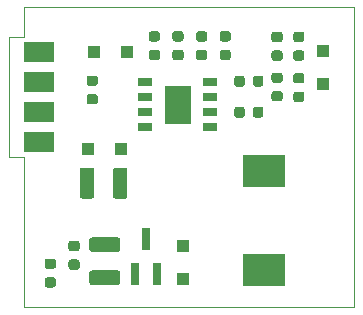
<source format=gbr>
%TF.GenerationSoftware,KiCad,Pcbnew,(5.1.6)-1*%
%TF.CreationDate,2021-02-23T00:21:00+01:00*%
%TF.ProjectId,02_Batt_Alim,30325f42-6174-4745-9f41-6c696d2e6b69,rev?*%
%TF.SameCoordinates,Original*%
%TF.FileFunction,Paste,Top*%
%TF.FilePolarity,Positive*%
%FSLAX46Y46*%
G04 Gerber Fmt 4.6, Leading zero omitted, Abs format (unit mm)*
G04 Created by KiCad (PCBNEW (5.1.6)-1) date 2021-02-23 00:21:00*
%MOMM*%
%LPD*%
G01*
G04 APERTURE LIST*
%TA.AperFunction,Profile*%
%ADD10C,0.050000*%
%TD*%
%ADD11R,0.800000X1.900000*%
%ADD12R,2.200000X3.300000*%
%ADD13R,1.300000X0.700000*%
%ADD14R,2.524000X1.700000*%
%ADD15R,3.600000X2.700000*%
%ADD16R,1.100000X1.100000*%
G04 APERTURE END LIST*
D10*
X129540000Y-62230000D02*
X129540000Y-87630000D01*
X101600000Y-62230000D02*
X129540000Y-62230000D01*
X101600000Y-74930000D02*
X101600000Y-87630000D01*
X100330000Y-74930000D02*
X101600000Y-74930000D01*
X101600000Y-62230000D02*
X101600000Y-64770000D01*
X101600000Y-64770000D02*
X100330000Y-64770000D01*
X129540000Y-87630000D02*
X101600000Y-87630000D01*
X100330000Y-74930000D02*
X100330000Y-64770000D01*
D11*
%TO.C,U1*%
X111940000Y-81840000D03*
X112890000Y-84840000D03*
X110990000Y-84840000D03*
%TD*%
%TO.C,C1*%
G36*
G01*
X120990000Y-68746250D02*
X120990000Y-68233750D01*
G75*
G02*
X121208750Y-68015000I218750J0D01*
G01*
X121646250Y-68015000D01*
G75*
G02*
X121865000Y-68233750I0J-218750D01*
G01*
X121865000Y-68746250D01*
G75*
G02*
X121646250Y-68965000I-218750J0D01*
G01*
X121208750Y-68965000D01*
G75*
G02*
X120990000Y-68746250I0J218750D01*
G01*
G37*
G36*
G01*
X119415000Y-68746250D02*
X119415000Y-68233750D01*
G75*
G02*
X119633750Y-68015000I218750J0D01*
G01*
X120071250Y-68015000D01*
G75*
G02*
X120290000Y-68233750I0J-218750D01*
G01*
X120290000Y-68746250D01*
G75*
G02*
X120071250Y-68965000I-218750J0D01*
G01*
X119633750Y-68965000D01*
G75*
G02*
X119415000Y-68746250I0J218750D01*
G01*
G37*
%TD*%
%TO.C,C2*%
G36*
G01*
X107133750Y-69590000D02*
X107646250Y-69590000D01*
G75*
G02*
X107865000Y-69808750I0J-218750D01*
G01*
X107865000Y-70246250D01*
G75*
G02*
X107646250Y-70465000I-218750J0D01*
G01*
X107133750Y-70465000D01*
G75*
G02*
X106915000Y-70246250I0J218750D01*
G01*
X106915000Y-69808750D01*
G75*
G02*
X107133750Y-69590000I218750J0D01*
G01*
G37*
G36*
G01*
X107133750Y-68015000D02*
X107646250Y-68015000D01*
G75*
G02*
X107865000Y-68233750I0J-218750D01*
G01*
X107865000Y-68671250D01*
G75*
G02*
X107646250Y-68890000I-218750J0D01*
G01*
X107133750Y-68890000D01*
G75*
G02*
X106915000Y-68671250I0J218750D01*
G01*
X106915000Y-68233750D01*
G75*
G02*
X107133750Y-68015000I218750J0D01*
G01*
G37*
%TD*%
%TO.C,C3*%
G36*
G01*
X107365000Y-84515000D02*
X109515000Y-84515000D01*
G75*
G02*
X109765000Y-84765000I0J-250000D01*
G01*
X109765000Y-85515000D01*
G75*
G02*
X109515000Y-85765000I-250000J0D01*
G01*
X107365000Y-85765000D01*
G75*
G02*
X107115000Y-85515000I0J250000D01*
G01*
X107115000Y-84765000D01*
G75*
G02*
X107365000Y-84515000I250000J0D01*
G01*
G37*
G36*
G01*
X107365000Y-81715000D02*
X109515000Y-81715000D01*
G75*
G02*
X109765000Y-81965000I0J-250000D01*
G01*
X109765000Y-82715000D01*
G75*
G02*
X109515000Y-82965000I-250000J0D01*
G01*
X107365000Y-82965000D01*
G75*
G02*
X107115000Y-82715000I0J250000D01*
G01*
X107115000Y-81965000D01*
G75*
G02*
X107365000Y-81715000I250000J0D01*
G01*
G37*
%TD*%
%TO.C,C4*%
G36*
G01*
X107565000Y-76065000D02*
X107565000Y-78215000D01*
G75*
G02*
X107315000Y-78465000I-250000J0D01*
G01*
X106565000Y-78465000D01*
G75*
G02*
X106315000Y-78215000I0J250000D01*
G01*
X106315000Y-76065000D01*
G75*
G02*
X106565000Y-75815000I250000J0D01*
G01*
X107315000Y-75815000D01*
G75*
G02*
X107565000Y-76065000I0J-250000D01*
G01*
G37*
G36*
G01*
X110365000Y-76065000D02*
X110365000Y-78215000D01*
G75*
G02*
X110115000Y-78465000I-250000J0D01*
G01*
X109365000Y-78465000D01*
G75*
G02*
X109115000Y-78215000I0J250000D01*
G01*
X109115000Y-76065000D01*
G75*
G02*
X109365000Y-75815000I250000J0D01*
G01*
X110115000Y-75815000D01*
G75*
G02*
X110365000Y-76065000I0J-250000D01*
G01*
G37*
%TD*%
%TO.C,D2*%
G36*
G01*
X125131250Y-65190000D02*
X124618750Y-65190000D01*
G75*
G02*
X124400000Y-64971250I0J218750D01*
G01*
X124400000Y-64533750D01*
G75*
G02*
X124618750Y-64315000I218750J0D01*
G01*
X125131250Y-64315000D01*
G75*
G02*
X125350000Y-64533750I0J-218750D01*
G01*
X125350000Y-64971250D01*
G75*
G02*
X125131250Y-65190000I-218750J0D01*
G01*
G37*
G36*
G01*
X125131250Y-66765000D02*
X124618750Y-66765000D01*
G75*
G02*
X124400000Y-66546250I0J218750D01*
G01*
X124400000Y-66108750D01*
G75*
G02*
X124618750Y-65890000I218750J0D01*
G01*
X125131250Y-65890000D01*
G75*
G02*
X125350000Y-66108750I0J-218750D01*
G01*
X125350000Y-66546250D01*
G75*
G02*
X125131250Y-66765000I-218750J0D01*
G01*
G37*
%TD*%
%TO.C,D3*%
G36*
G01*
X123286250Y-65190000D02*
X122773750Y-65190000D01*
G75*
G02*
X122555000Y-64971250I0J218750D01*
G01*
X122555000Y-64533750D01*
G75*
G02*
X122773750Y-64315000I218750J0D01*
G01*
X123286250Y-64315000D01*
G75*
G02*
X123505000Y-64533750I0J-218750D01*
G01*
X123505000Y-64971250D01*
G75*
G02*
X123286250Y-65190000I-218750J0D01*
G01*
G37*
G36*
G01*
X123286250Y-66765000D02*
X122773750Y-66765000D01*
G75*
G02*
X122555000Y-66546250I0J218750D01*
G01*
X122555000Y-66108750D01*
G75*
G02*
X122773750Y-65890000I218750J0D01*
G01*
X123286250Y-65890000D01*
G75*
G02*
X123505000Y-66108750I0J-218750D01*
G01*
X123505000Y-66546250D01*
G75*
G02*
X123286250Y-66765000I-218750J0D01*
G01*
G37*
%TD*%
%TO.C,D6*%
G36*
G01*
X106096250Y-82890000D02*
X105583750Y-82890000D01*
G75*
G02*
X105365000Y-82671250I0J218750D01*
G01*
X105365000Y-82233750D01*
G75*
G02*
X105583750Y-82015000I218750J0D01*
G01*
X106096250Y-82015000D01*
G75*
G02*
X106315000Y-82233750I0J-218750D01*
G01*
X106315000Y-82671250D01*
G75*
G02*
X106096250Y-82890000I-218750J0D01*
G01*
G37*
G36*
G01*
X106096250Y-84465000D02*
X105583750Y-84465000D01*
G75*
G02*
X105365000Y-84246250I0J218750D01*
G01*
X105365000Y-83808750D01*
G75*
G02*
X105583750Y-83590000I218750J0D01*
G01*
X106096250Y-83590000D01*
G75*
G02*
X106315000Y-83808750I0J-218750D01*
G01*
X106315000Y-84246250D01*
G75*
G02*
X106096250Y-84465000I-218750J0D01*
G01*
G37*
%TD*%
D12*
%TO.C,IC1*%
X114640000Y-70490000D03*
X114640000Y-70490000D03*
D13*
X117390000Y-68585000D03*
X117390000Y-69855000D03*
X117390000Y-72395000D03*
X117390000Y-71125000D03*
X111890000Y-68585000D03*
X111890000Y-69855000D03*
X111890000Y-72395000D03*
X111890000Y-71125000D03*
%TD*%
D14*
%TO.C,J1*%
X102870000Y-66040000D03*
X102870000Y-66040000D03*
%TD*%
%TO.C,J2*%
X102870000Y-68580000D03*
X102870000Y-68580000D03*
%TD*%
%TO.C,J3*%
X102870000Y-73660000D03*
X102870000Y-73660000D03*
%TD*%
%TO.C,J9*%
X102870000Y-71120000D03*
X102870000Y-71120000D03*
%TD*%
D15*
%TO.C,L1*%
X121890000Y-76140000D03*
X121890000Y-84440000D03*
%TD*%
%TO.C,R6*%
G36*
G01*
X124618750Y-69390000D02*
X125131250Y-69390000D01*
G75*
G02*
X125350000Y-69608750I0J-218750D01*
G01*
X125350000Y-70046250D01*
G75*
G02*
X125131250Y-70265000I-218750J0D01*
G01*
X124618750Y-70265000D01*
G75*
G02*
X124400000Y-70046250I0J218750D01*
G01*
X124400000Y-69608750D01*
G75*
G02*
X124618750Y-69390000I218750J0D01*
G01*
G37*
G36*
G01*
X124618750Y-67815000D02*
X125131250Y-67815000D01*
G75*
G02*
X125350000Y-68033750I0J-218750D01*
G01*
X125350000Y-68471250D01*
G75*
G02*
X125131250Y-68690000I-218750J0D01*
G01*
X124618750Y-68690000D01*
G75*
G02*
X124400000Y-68471250I0J218750D01*
G01*
X124400000Y-68033750D01*
G75*
G02*
X124618750Y-67815000I218750J0D01*
G01*
G37*
%TD*%
%TO.C,R7*%
G36*
G01*
X120990000Y-71376250D02*
X120990000Y-70863750D01*
G75*
G02*
X121208750Y-70645000I218750J0D01*
G01*
X121646250Y-70645000D01*
G75*
G02*
X121865000Y-70863750I0J-218750D01*
G01*
X121865000Y-71376250D01*
G75*
G02*
X121646250Y-71595000I-218750J0D01*
G01*
X121208750Y-71595000D01*
G75*
G02*
X120990000Y-71376250I0J218750D01*
G01*
G37*
G36*
G01*
X119415000Y-71376250D02*
X119415000Y-70863750D01*
G75*
G02*
X119633750Y-70645000I218750J0D01*
G01*
X120071250Y-70645000D01*
G75*
G02*
X120290000Y-70863750I0J-218750D01*
G01*
X120290000Y-71376250D01*
G75*
G02*
X120071250Y-71595000I-218750J0D01*
G01*
X119633750Y-71595000D01*
G75*
G02*
X119415000Y-71376250I0J218750D01*
G01*
G37*
%TD*%
%TO.C,R8*%
G36*
G01*
X122773750Y-69340000D02*
X123286250Y-69340000D01*
G75*
G02*
X123505000Y-69558750I0J-218750D01*
G01*
X123505000Y-69996250D01*
G75*
G02*
X123286250Y-70215000I-218750J0D01*
G01*
X122773750Y-70215000D01*
G75*
G02*
X122555000Y-69996250I0J218750D01*
G01*
X122555000Y-69558750D01*
G75*
G02*
X122773750Y-69340000I218750J0D01*
G01*
G37*
G36*
G01*
X122773750Y-67765000D02*
X123286250Y-67765000D01*
G75*
G02*
X123505000Y-67983750I0J-218750D01*
G01*
X123505000Y-68421250D01*
G75*
G02*
X123286250Y-68640000I-218750J0D01*
G01*
X122773750Y-68640000D01*
G75*
G02*
X122555000Y-68421250I0J218750D01*
G01*
X122555000Y-67983750D01*
G75*
G02*
X122773750Y-67765000I218750J0D01*
G01*
G37*
%TD*%
%TO.C,R9*%
G36*
G01*
X118896250Y-65140000D02*
X118383750Y-65140000D01*
G75*
G02*
X118165000Y-64921250I0J218750D01*
G01*
X118165000Y-64483750D01*
G75*
G02*
X118383750Y-64265000I218750J0D01*
G01*
X118896250Y-64265000D01*
G75*
G02*
X119115000Y-64483750I0J-218750D01*
G01*
X119115000Y-64921250D01*
G75*
G02*
X118896250Y-65140000I-218750J0D01*
G01*
G37*
G36*
G01*
X118896250Y-66715000D02*
X118383750Y-66715000D01*
G75*
G02*
X118165000Y-66496250I0J218750D01*
G01*
X118165000Y-66058750D01*
G75*
G02*
X118383750Y-65840000I218750J0D01*
G01*
X118896250Y-65840000D01*
G75*
G02*
X119115000Y-66058750I0J-218750D01*
G01*
X119115000Y-66496250D01*
G75*
G02*
X118896250Y-66715000I-218750J0D01*
G01*
G37*
%TD*%
%TO.C,R10*%
G36*
G01*
X116896250Y-65140000D02*
X116383750Y-65140000D01*
G75*
G02*
X116165000Y-64921250I0J218750D01*
G01*
X116165000Y-64483750D01*
G75*
G02*
X116383750Y-64265000I218750J0D01*
G01*
X116896250Y-64265000D01*
G75*
G02*
X117115000Y-64483750I0J-218750D01*
G01*
X117115000Y-64921250D01*
G75*
G02*
X116896250Y-65140000I-218750J0D01*
G01*
G37*
G36*
G01*
X116896250Y-66715000D02*
X116383750Y-66715000D01*
G75*
G02*
X116165000Y-66496250I0J218750D01*
G01*
X116165000Y-66058750D01*
G75*
G02*
X116383750Y-65840000I218750J0D01*
G01*
X116896250Y-65840000D01*
G75*
G02*
X117115000Y-66058750I0J-218750D01*
G01*
X117115000Y-66496250D01*
G75*
G02*
X116896250Y-66715000I-218750J0D01*
G01*
G37*
%TD*%
%TO.C,R12*%
G36*
G01*
X114896250Y-65140000D02*
X114383750Y-65140000D01*
G75*
G02*
X114165000Y-64921250I0J218750D01*
G01*
X114165000Y-64483750D01*
G75*
G02*
X114383750Y-64265000I218750J0D01*
G01*
X114896250Y-64265000D01*
G75*
G02*
X115115000Y-64483750I0J-218750D01*
G01*
X115115000Y-64921250D01*
G75*
G02*
X114896250Y-65140000I-218750J0D01*
G01*
G37*
G36*
G01*
X114896250Y-66715000D02*
X114383750Y-66715000D01*
G75*
G02*
X114165000Y-66496250I0J218750D01*
G01*
X114165000Y-66058750D01*
G75*
G02*
X114383750Y-65840000I218750J0D01*
G01*
X114896250Y-65840000D01*
G75*
G02*
X115115000Y-66058750I0J-218750D01*
G01*
X115115000Y-66496250D01*
G75*
G02*
X114896250Y-66715000I-218750J0D01*
G01*
G37*
%TD*%
%TO.C,R14*%
G36*
G01*
X112896250Y-65140000D02*
X112383750Y-65140000D01*
G75*
G02*
X112165000Y-64921250I0J218750D01*
G01*
X112165000Y-64483750D01*
G75*
G02*
X112383750Y-64265000I218750J0D01*
G01*
X112896250Y-64265000D01*
G75*
G02*
X113115000Y-64483750I0J-218750D01*
G01*
X113115000Y-64921250D01*
G75*
G02*
X112896250Y-65140000I-218750J0D01*
G01*
G37*
G36*
G01*
X112896250Y-66715000D02*
X112383750Y-66715000D01*
G75*
G02*
X112165000Y-66496250I0J218750D01*
G01*
X112165000Y-66058750D01*
G75*
G02*
X112383750Y-65840000I218750J0D01*
G01*
X112896250Y-65840000D01*
G75*
G02*
X113115000Y-66058750I0J-218750D01*
G01*
X113115000Y-66496250D01*
G75*
G02*
X112896250Y-66715000I-218750J0D01*
G01*
G37*
%TD*%
%TO.C,R15*%
G36*
G01*
X103583750Y-85090000D02*
X104096250Y-85090000D01*
G75*
G02*
X104315000Y-85308750I0J-218750D01*
G01*
X104315000Y-85746250D01*
G75*
G02*
X104096250Y-85965000I-218750J0D01*
G01*
X103583750Y-85965000D01*
G75*
G02*
X103365000Y-85746250I0J218750D01*
G01*
X103365000Y-85308750D01*
G75*
G02*
X103583750Y-85090000I218750J0D01*
G01*
G37*
G36*
G01*
X103583750Y-83515000D02*
X104096250Y-83515000D01*
G75*
G02*
X104315000Y-83733750I0J-218750D01*
G01*
X104315000Y-84171250D01*
G75*
G02*
X104096250Y-84390000I-218750J0D01*
G01*
X103583750Y-84390000D01*
G75*
G02*
X103365000Y-84171250I0J218750D01*
G01*
X103365000Y-83733750D01*
G75*
G02*
X103583750Y-83515000I218750J0D01*
G01*
G37*
%TD*%
D16*
%TO.C,D4*%
X126940000Y-68740000D03*
X126940000Y-65940000D03*
%TD*%
%TO.C,D5*%
X115040000Y-82440000D03*
X115040000Y-85240000D03*
%TD*%
%TO.C,D7*%
X107490000Y-65990000D03*
X110290000Y-65990000D03*
%TD*%
%TO.C,D8*%
X109840000Y-74240000D03*
X107040000Y-74240000D03*
%TD*%
M02*

</source>
